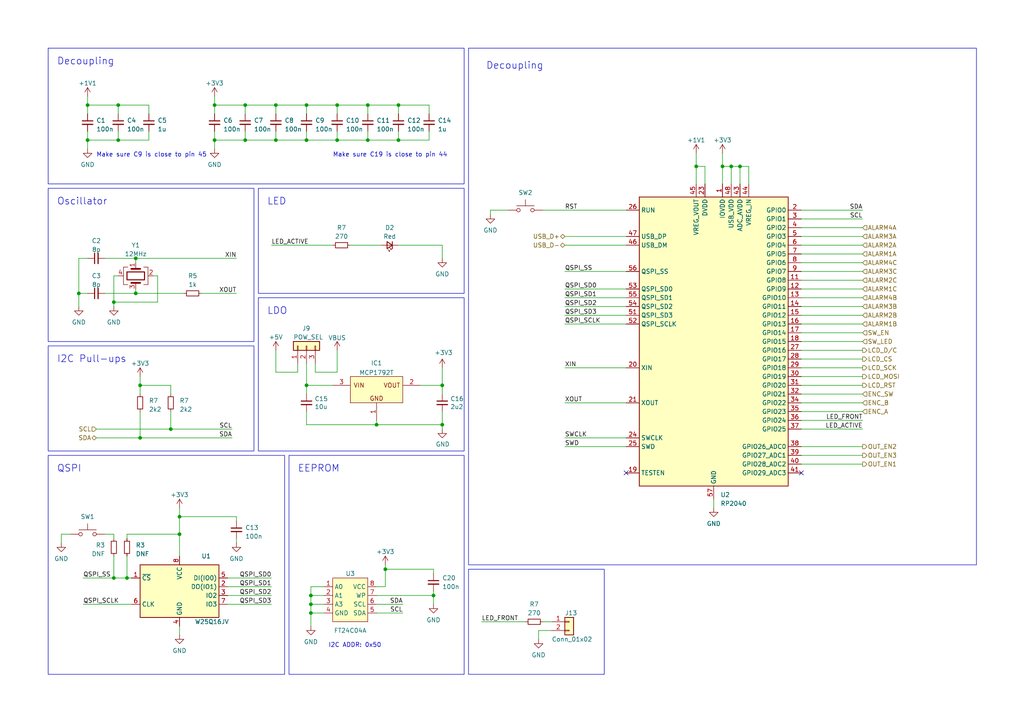
<source format=kicad_sch>
(kicad_sch (version 20230121) (generator eeschema)
  (paper "A4")
  (lib_symbols
    (symbol "Connector_Generic:Conn_01x02" (pin_names (offset 1.016) hide)
      (property "Reference" "J" (at 0 2.54 0))
      (property "Value" "Conn_01x02" (at 0 -5.08 0))
      (symbol "Conn_01x02_1_1"
        (rectangle (start -1.27 -2.413) (end 0 -2.667) (stroke (width 0.1524)))
        (rectangle (start -1.27 0.127) (end 0 -0.127) (stroke (width 0.1524)))
        (rectangle (start -1.27 1.27) (end 1.27 -3.81) (stroke (width 0.254)) (fill (type background)))
        (pin passive line (at -5.08 0 0) (length 3.81) (name "Pin_1") (number "1"))
        (pin passive line (at -5.08 -2.54 0) (length 3.81) (name "Pin_2") (number "2"))
      )
    )
    (symbol "Connector_Generic:Conn_01x03" (pin_names (offset 1.016) hide)
      (property "Reference" "J" (at 0 5.08 0))
      (property "Value" "Conn_01x03" (at 0 -5.08 0))
      (symbol "Conn_01x03_1_1"
        (rectangle (start -1.27 -2.413) (end 0 -2.667) (stroke (width 0.1524)))
        (rectangle (start -1.27 0.127) (end 0 -0.127) (stroke (width 0.1524)))
        (rectangle (start -1.27 2.667) (end 0 2.413) (stroke (width 0.1524)))
        (rectangle (start -1.27 3.81) (end 1.27 -3.81) (stroke (width 0.254)) (fill (type background)))
        (pin passive line (at -5.08 2.54 0) (length 3.81) (name "Pin_1") (number "1"))
        (pin passive line (at -5.08 0 0) (length 3.81) (name "Pin_2") (number "2"))
        (pin passive line (at -5.08 -2.54 0) (length 3.81) (name "Pin_3") (number "3"))
      )
    )
    (symbol "Cuprum:24C04"
      (property "Reference" "U" (at 0 7.62 0))
      (symbol "24C04_0_1"
        (rectangle (start -5.08 6.35) (end 5.08 -6.35) (fill (type background)))
      )
      (symbol "24C04_1_1"
        (pin input line (at -7.62 3.81 0) (length 2.54) (name "A0") (number "1"))
        (pin input line (at -7.62 1.27 0) (length 2.54) (name "A1") (number "2"))
        (pin input line (at -7.62 -1.27 0) (length 2.54) (name "A3") (number "3"))
        (pin input line (at -7.62 -3.81 0) (length 2.54) (name "GND") (number "4"))
        (pin input line (at 7.62 -3.81 180) (length 2.54) (name "SDA") (number "5"))
        (pin input line (at 7.62 -1.27 180) (length 2.54) (name "SCL") (number "6"))
        (pin input line (at 7.62 1.27 180) (length 2.54) (name "WP") (number "7"))
        (pin input line (at 7.62 3.81 180) (length 2.54) (name "VCC") (number "8"))
      )
    )
    (symbol "Device:C_Small" (pin_numbers hide) (pin_names (offset 0.254) hide)
      (property "Reference" "C" (at 0.254 1.778 0))
      (property "Value" "C_Small" (at 0.254 -2.032 0))
      (symbol "C_Small_0_1"
        (polyline (pts (xy -1.524 -0.508) (xy 1.524 -0.508)) (stroke (width 0.3302)))
        (polyline (pts (xy -1.524 0.508) (xy 1.524 0.508)) (stroke (width 0.3048)))
      )
      (symbol "C_Small_1_1"
        (pin passive line (at 0 2.54 270) (length 2.032) (name "~") (number "1"))
        (pin passive line (at 0 -2.54 90) (length 2.032) (name "~") (number "2"))
      )
    )
    (symbol "Device:Crystal_GND24" (pin_names (offset 1.016) hide)
      (property "Reference" "Y" (at 3.175 5.08 0))
      (property "Value" "Crystal_GND24" (at 3.175 3.175 0))
      (symbol "Crystal_GND24_0_1"
        (rectangle (start -1.143 2.54) (end 1.143 -2.54) (stroke (width 0.3048)))
        (polyline (pts (xy -2.54 0) (xy -2.032 0)))
        (polyline (pts (xy -2.032 -1.27) (xy -2.032 1.27)) (stroke (width 0.508)))
        (polyline (pts (xy 0 -3.81) (xy 0 -3.556)))
        (polyline (pts (xy 0 3.556) (xy 0 3.81)))
        (polyline (pts (xy 2.032 -1.27) (xy 2.032 1.27)) (stroke (width 0.508)))
        (polyline (pts (xy 2.032 0) (xy 2.54 0)))
        (polyline (pts (xy -2.54 -2.286) (xy -2.54 -3.556) (xy 2.54 -3.556) (xy 2.54 -2.286)))
        (polyline (pts (xy -2.54 2.286) (xy -2.54 3.556) (xy 2.54 3.556) (xy 2.54 2.286)))
      )
      (symbol "Crystal_GND24_1_1"
        (pin passive line (at -3.81 0 0) (length 1.27) (name "1") (number "1"))
        (pin passive line (at 0 5.08 270) (length 1.27) (name "2") (number "2"))
        (pin passive line (at 3.81 0 180) (length 1.27) (name "3") (number "3"))
        (pin passive line (at 0 -5.08 90) (length 1.27) (name "4") (number "4"))
      )
    )
    (symbol "Device:LED_Small" (pin_numbers hide) (pin_names (offset 0.254) hide)
      (property "Reference" "D" (at -1.27 3.175 0))
      (property "Value" "LED_Small" (at -4.445 -2.54 0))
      (symbol "LED_Small_0_1"
        (polyline (pts (xy -0.762 -1.016) (xy -0.762 1.016)) (stroke (width 0.254)))
        (polyline (pts (xy 1.016 0) (xy -0.762 0)))
        (polyline (pts (xy 0.762 -1.016) (xy -0.762 0) (xy 0.762 1.016) (xy 0.762 -1.016)) (stroke (width 0.254)))
        (polyline (pts (xy 0 0.762) (xy -0.508 1.27) (xy -0.254 1.27) (xy -0.508 1.27) (xy -0.508 1.016)))
        (polyline (pts (xy 0.508 1.27) (xy 0 1.778) (xy 0.254 1.778) (xy 0 1.778) (xy 0 1.524)))
      )
      (symbol "LED_Small_1_1"
        (pin passive line (at -2.54 0 0) (length 1.778) (name "K") (number "1"))
        (pin passive line (at 2.54 0 180) (length 1.778) (name "A") (number "2"))
      )
    )
    (symbol "Device:R_Small" (pin_numbers hide) (pin_names (offset 0.254) hide)
      (property "Reference" "R" (at 0.762 0.508 0))
      (property "Value" "R_Small" (at 0.762 -1.016 0))
      (symbol "R_Small_0_1"
        (rectangle (start -0.762 1.778) (end 0.762 -1.778) (stroke (width 0.2032)))
      )
      (symbol "R_Small_1_1"
        (pin passive line (at 0 2.54 270) (length 0.762) (name "~") (number "1"))
        (pin passive line (at 0 -2.54 90) (length 0.762) (name "~") (number "2"))
      )
    )
    (symbol "MCU_RaspberryPi:RP2040"
      (property "Reference" "U" (at 17.78 45.72 0))
      (property "Value" "RP2040" (at 17.78 43.18 0))
      (symbol "RP2040_0_1"
        (rectangle (start -21.59 41.91) (end 21.59 -41.91) (stroke (width 0.254)) (fill (type background)))
      )
      (symbol "RP2040_1_1"
        (pin power_in line (at 2.54 45.72 270) (length 3.81) (name "IOVDD") (number "1"))
        (pin passive line (at 2.54 45.72 270) (length 3.81) hide (name "IOVDD") (number "10"))
        (pin bidirectional line (at 25.4 17.78 180) (length 3.81) (name "GPIO8") (number "11"))
        (pin bidirectional line (at 25.4 15.24 180) (length 3.81) (name "GPIO9") (number "12"))
        (pin bidirectional line (at 25.4 12.7 180) (length 3.81) (name "GPIO10") (number "13"))
        (pin bidirectional line (at 25.4 10.16 180) (length 3.81) (name "GPIO11") (number "14"))
        (pin bidirectional line (at 25.4 7.62 180) (length 3.81) (name "GPIO12") (number "15"))
        (pin bidirectional line (at 25.4 5.08 180) (length 3.81) (name "GPIO13") (number "16"))
        (pin bidirectional line (at 25.4 2.54 180) (length 3.81) (name "GPIO14") (number "17"))
        (pin bidirectional line (at 25.4 0 180) (length 3.81) (name "GPIO15") (number "18"))
        (pin input line (at -25.4 -38.1 0) (length 3.81) (name "TESTEN") (number "19"))
        (pin bidirectional line (at 25.4 38.1 180) (length 3.81) (name "GPIO0") (number "2"))
        (pin input line (at -25.4 -7.62 0) (length 3.81) (name "XIN") (number "20"))
        (pin passive line (at -25.4 -17.78 0) (length 3.81) (name "XOUT") (number "21"))
        (pin passive line (at 2.54 45.72 270) (length 3.81) hide (name "IOVDD") (number "22"))
        (pin power_in line (at -2.54 45.72 270) (length 3.81) (name "DVDD") (number "23"))
        (pin output line (at -25.4 -27.94 0) (length 3.81) (name "SWCLK") (number "24"))
        (pin bidirectional line (at -25.4 -30.48 0) (length 3.81) (name "SWD") (number "25"))
        (pin input line (at -25.4 38.1 0) (length 3.81) (name "RUN") (number "26"))
        (pin bidirectional line (at 25.4 -2.54 180) (length 3.81) (name "GPIO16") (number "27"))
        (pin bidirectional line (at 25.4 -5.08 180) (length 3.81) (name "GPIO17") (number "28"))
        (pin bidirectional line (at 25.4 -7.62 180) (length 3.81) (name "GPIO18") (number "29"))
        (pin bidirectional line (at 25.4 35.56 180) (length 3.81) (name "GPIO1") (number "3"))
        (pin bidirectional line (at 25.4 -10.16 180) (length 3.81) (name "GPIO19") (number "30"))
        (pin bidirectional line (at 25.4 -12.7 180) (length 3.81) (name "GPIO20") (number "31"))
        (pin bidirectional line (at 25.4 -15.24 180) (length 3.81) (name "GPIO21") (number "32"))
        (pin passive line (at 2.54 45.72 270) (length 3.81) hide (name "IOVDD") (number "33"))
        (pin bidirectional line (at 25.4 -17.78 180) (length 3.81) (name "GPIO22") (number "34"))
        (pin bidirectional line (at 25.4 -20.32 180) (length 3.81) (name "GPIO23") (number "35"))
        (pin bidirectional line (at 25.4 -22.86 180) (length 3.81) (name "GPIO24") (number "36"))
        (pin bidirectional line (at 25.4 -25.4 180) (length 3.81) (name "GPIO25") (number "37"))
        (pin bidirectional line (at 25.4 -30.48 180) (length 3.81) (name "GPIO26_ADC0") (number "38"))
        (pin bidirectional line (at 25.4 -33.02 180) (length 3.81) (name "GPIO27_ADC1") (number "39"))
        (pin bidirectional line (at 25.4 33.02 180) (length 3.81) (name "GPIO2") (number "4"))
        (pin bidirectional line (at 25.4 -35.56 180) (length 3.81) (name "GPIO28_ADC2") (number "40"))
        (pin bidirectional line (at 25.4 -38.1 180) (length 3.81) (name "GPIO29_ADC3") (number "41"))
        (pin passive line (at 2.54 45.72 270) (length 3.81) hide (name "IOVDD") (number "42"))
        (pin power_in line (at 7.62 45.72 270) (length 3.81) (name "ADC_AVDD") (number "43"))
        (pin power_in line (at 10.16 45.72 270) (length 3.81) (name "VREG_IN") (number "44"))
        (pin power_out line (at -5.08 45.72 270) (length 3.81) (name "VREG_VOUT") (number "45"))
        (pin bidirectional line (at -25.4 27.94 0) (length 3.81) (name "USB_DM") (number "46"))
        (pin bidirectional line (at -25.4 30.48 0) (length 3.81) (name "USB_DP") (number "47"))
        (pin power_in line (at 5.08 45.72 270) (length 3.81) (name "USB_VDD") (number "48"))
        (pin passive line (at 2.54 45.72 270) (length 3.81) hide (name "IOVDD") (number "49"))
        (pin bidirectional line (at 25.4 30.48 180) (length 3.81) (name "GPIO3") (number "5"))
        (pin passive line (at -2.54 45.72 270) (length 3.81) hide (name "DVDD") (number "50"))
        (pin bidirectional line (at -25.4 7.62 0) (length 3.81) (name "QSPI_SD3") (number "51"))
        (pin output line (at -25.4 5.08 0) (length 3.81) (name "QSPI_SCLK") (number "52"))
        (pin bidirectional line (at -25.4 15.24 0) (length 3.81) (name "QSPI_SD0") (number "53"))
        (pin bidirectional line (at -25.4 10.16 0) (length 3.81) (name "QSPI_SD2") (number "54"))
        (pin bidirectional line (at -25.4 12.7 0) (length 3.81) (name "QSPI_SD1") (number "55"))
        (pin bidirectional line (at -25.4 20.32 0) (length 3.81) (name "QSPI_SS") (number "56"))
        (pin power_in line (at 0 -45.72 90) (length 3.81) (name "GND") (number "57"))
        (pin bidirectional line (at 25.4 27.94 180) (length 3.81) (name "GPIO4") (number "6"))
        (pin bidirectional line (at 25.4 25.4 180) (length 3.81) (name "GPIO5") (number "7"))
        (pin bidirectional line (at 25.4 22.86 180) (length 3.81) (name "GPIO6") (number "8"))
        (pin bidirectional line (at 25.4 20.32 180) (length 3.81) (name "GPIO7") (number "9"))
      )
    )
    (symbol "Memory_Flash:W25Q32JVSS"
      (property "Reference" "U6" (at 6.35 10.16 0))
      (property "Value" "W25Q16JV" (at 4.445 -8.89 0))
      (symbol "W25Q32JVSS_0_1"
        (rectangle (start -11.43 7.62) (end 11.43 -7.62) (stroke (width 0.254)) (fill (type background)))
      )
      (symbol "W25Q32JVSS_1_1"
        (pin input line (at -13.97 3.81 0) (length 2.54) (name "~{CS}") (number "1"))
        (pin bidirectional line (at 13.97 1.27 180) (length 2.54) (name "DO(IO1)") (number "2"))
        (pin bidirectional line (at 13.97 -1.27 180) (length 2.54) (name "IO2") (number "3"))
        (pin power_in line (at 0 -10.16 90) (length 2.54) (name "GND") (number "4"))
        (pin bidirectional line (at 13.97 3.81 180) (length 2.54) (name "DI(IO0)") (number "5"))
        (pin input line (at -13.97 -3.81 0) (length 2.54) (name "CLK") (number "6"))
        (pin bidirectional line (at 13.97 -3.81 180) (length 2.54) (name "IO3") (number "7"))
        (pin power_in line (at 0 10.16 270) (length 2.54) (name "VCC") (number "8"))
      )
    )
    (symbol "PCM_4ms_Power-symbol:+5V" (power) (pin_names (offset 0))
      (property "Value" "+5V" (at 0 3.556 0))
      (symbol "+5V_0_1"
        (polyline (pts (xy -0.762 1.27) (xy 0 2.54)))
        (polyline (pts (xy 0 0) (xy 0 2.54)))
        (polyline (pts (xy 0 2.54) (xy 0.762 1.27)))
      )
      (symbol "+5V_1_1"
        (pin power_in line (at 0 0 90) (length 0) hide (name "+5V") (number "1"))
      )
    )
    (symbol "SamacSys_Parts:MCP1792T-3302H_CB" (pin_names (offset 0.762))
      (property "Reference" "IC?" (at 13.97 6.4557 0))
      (property "Value" "MCP1792T-3302H_CB" (at 13.97 3.6806 0))
      (symbol "MCP1792T-3302H_CB_0_0"
        (text "GND" (at 12.7 -3.81 0) (effects (font (size 1.27 1.27))))
        (text "VIN" (at 7.62 0 0) (effects (font (size 1.27 1.27))))
        (text "VOUT" (at 17.145 0 0) (effects (font (size 1.27 1.27))))
        (pin passive line (at 12.7 -10.16 90) (length 5.08) (name "") (number "1"))
        (pin passive line (at 25.4 0 180) (length 5.08) (name "") (number "2"))
        (pin passive line (at 0 0 0) (length 5.08) (name "") (number "3"))
      )
      (symbol "MCP1792T-3302H_CB_0_1"
        (polyline (pts (xy 5.08 2.54) (xy 20.32 2.54) (xy 20.32 -5.08) (xy 5.08 -5.08) (xy 5.08 2.54)) (stroke (width 0.1524)) (fill (type background)))
      )
    )
    (symbol "Switch:SW_Push" (pin_numbers hide) (pin_names (offset 1.016) hide)
      (property "Reference" "SW" (at 1.27 2.54 0))
      (property "Value" "SW_Push" (at 0 -1.524 0))
      (symbol "SW_Push_0_1"
        (circle (center -2.032 0) (radius 0.508))
        (polyline (pts (xy 0 1.27) (xy 0 3.048)))
        (polyline (pts (xy 2.54 1.27) (xy -2.54 1.27)))
        (circle (center 2.032 0) (radius 0.508))
        (pin passive line (at -5.08 0 0) (length 2.54) (name "1") (number "1"))
        (pin passive line (at 5.08 0 180) (length 2.54) (name "2") (number "2"))
      )
    )
    (symbol "power:+1V1" (power) (pin_names (offset 0))
      (property "Value" "+1V1" (at 0 3.556 0))
      (symbol "+1V1_0_1"
        (polyline (pts (xy -0.762 1.27) (xy 0 2.54)))
        (polyline (pts (xy 0 0) (xy 0 2.54)))
        (polyline (pts (xy 0 2.54) (xy 0.762 1.27)))
      )
      (symbol "+1V1_1_1"
        (pin power_in line (at 0 0 90) (length 0) hide (name "+1V1") (number "1"))
      )
    )
    (symbol "power:+3V3" (power) (pin_names (offset 0))
      (property "Value" "+3V3" (at 0 3.556 0))
      (symbol "+3V3_0_1"
        (polyline (pts (xy -0.762 1.27) (xy 0 2.54)))
        (polyline (pts (xy 0 0) (xy 0 2.54)))
        (polyline (pts (xy 0 2.54) (xy 0.762 1.27)))
      )
      (symbol "+3V3_1_1"
        (pin power_in line (at 0 0 90) (length 0) hide (name "+3V3") (number "1"))
      )
    )
    (symbol "power:GND" (power) (pin_names (offset 0))
      (property "Value" "GND" (at 0 -3.81 0))
      (symbol "GND_0_1"
        (polyline (pts (xy 0 0) (xy 0 -1.27) (xy 1.27 -1.27) (xy 0 -2.54) (xy -1.27 -1.27) (xy 0 -1.27)))
      )
      (symbol "GND_1_1"
        (pin power_in line (at 0 0 270) (length 0) hide (name "GND") (number "1"))
      )
    )
    (symbol "power:VBUS" (power) (pin_names (offset 0))
      (property "Value" "VBUS" (at 0 3.81 0))
      (symbol "VBUS_0_1"
        (polyline (pts (xy -0.762 1.27) (xy 0 2.54)))
        (polyline (pts (xy 0 0) (xy 0 2.54)))
        (polyline (pts (xy 0 2.54) (xy 0.762 1.27)))
      )
      (symbol "VBUS_1_1"
        (pin power_in line (at 0 0 90) (length 0) hide (name "VBUS") (number "1"))
      )
    )
  )
  (junction (at 212.09 48.26))
  (junction (at 52.07 149.86))
  (junction (at 109.22 123.19))
  (junction (at 22.86 85.09))
  (junction (at 25.4 30.48))
  (junction (at 90.17 177.8))
  (junction (at 214.63 48.26))
  (junction (at 106.68 30.48))
  (junction (at 88.9 30.48))
  (junction (at 71.12 40.64))
  (junction (at 40.64 111.76))
  (junction (at 71.12 30.48))
  (junction (at 111.76 165.1))
  (junction (at 49.53 124.46))
  (junction (at 52.07 154.94))
  (junction (at 39.37 85.09))
  (junction (at 88.9 111.76))
  (junction (at 209.55 48.26))
  (junction (at 25.4 40.64))
  (junction (at 80.01 40.64))
  (junction (at 40.64 127))
  (junction (at 33.02 87.63))
  (junction (at 36.83 167.64))
  (junction (at 33.02 167.64))
  (junction (at 201.93 48.26))
  (junction (at 128.27 123.19))
  (junction (at 97.79 40.64))
  (junction (at 97.79 30.48))
  (junction (at 88.9 40.64))
  (junction (at 90.17 175.26))
  (junction (at 62.23 40.64))
  (junction (at 90.17 172.72))
  (junction (at 39.37 74.93))
  (junction (at 106.68 40.64))
  (junction (at 115.57 40.64))
  (junction (at 62.23 30.48))
  (junction (at 34.29 30.48))
  (junction (at 34.29 40.64))
  (junction (at 115.57 30.48))
  (junction (at 128.27 111.76))
  (junction (at 80.01 30.48))
  (junction (at 125.73 172.72))
  (no_connect (at 181.61 137.16))
  (no_connect (at 232.41 137.16))
  (wire (pts (xy 125.73 165.1) (xy 111.76 165.1)))
  (wire (pts (xy 204.47 48.26) (xy 204.47 53.34)))
  (wire (pts (xy 27.94 127) (xy 40.64 127)))
  (wire (pts (xy 109.22 177.8) (xy 116.84 177.8)))
  (wire (pts (xy 232.41 129.54) (xy 250.19 129.54)))
  (wire (pts (xy 90.17 170.18) (xy 93.98 170.18)))
  (wire (pts (xy 232.41 88.9) (xy 250.19 88.9)))
  (wire (pts (xy 62.23 38.1) (xy 62.23 40.64)))
  (wire (pts (xy 232.41 132.08) (xy 250.19 132.08)))
  (wire (pts (xy 232.41 119.38) (xy 250.19 119.38)))
  (wire (pts (xy 86.36 107.95) (xy 80.01 107.95)))
  (wire (pts (xy 232.41 66.04) (xy 250.19 66.04)))
  (wire (pts (xy 80.01 101.6) (xy 80.01 107.95)))
  (wire (pts (xy 40.64 119.38) (xy 40.64 127)))
  (wire (pts (xy 128.27 111.76) (xy 128.27 114.3)))
  (wire (pts (xy 97.79 30.48) (xy 106.68 30.48)))
  (wire (pts (xy 109.22 170.18) (xy 111.76 170.18)))
  (wire (pts (xy 36.83 167.64) (xy 38.1 167.64)))
  (wire (pts (xy 111.76 163.83) (xy 111.76 165.1)))
  (wire (pts (xy 88.9 119.38) (xy 88.9 123.19)))
  (wire (pts (xy 124.46 30.48) (xy 124.46 33.02)))
  (wire (pts (xy 90.17 172.72) (xy 90.17 170.18)))
  (wire (pts (xy 88.9 111.76) (xy 96.52 111.76)))
  (wire (pts (xy 232.41 93.98) (xy 250.19 93.98)))
  (wire (pts (xy 52.07 149.86) (xy 52.07 154.94)))
  (wire (pts (xy 106.68 40.64) (xy 115.57 40.64)))
  (wire (pts (xy 17.78 154.94) (xy 20.32 154.94)))
  (wire (pts (xy 62.23 43.18) (xy 62.23 40.64)))
  (wire (pts (xy 33.02 80.01) (xy 34.29 80.01)))
  (wire (pts (xy 212.09 53.34) (xy 212.09 48.26)))
  (wire (pts (xy 163.83 86.36) (xy 181.61 86.36)))
  (wire (pts (xy 71.12 40.64) (xy 80.01 40.64)))
  (wire (pts (xy 25.4 27.94) (xy 25.4 30.48)))
  (wire (pts (xy 232.41 86.36) (xy 250.19 86.36)))
  (wire (pts (xy 232.41 71.12) (xy 250.19 71.12)))
  (wire (pts (xy 43.18 38.1) (xy 43.18 40.64)))
  (wire (pts (xy 232.41 73.66) (xy 250.19 73.66)))
  (wire (pts (xy 209.55 48.26) (xy 209.55 53.34)))
  (wire (pts (xy 128.27 71.12) (xy 128.27 74.93)))
  (wire (pts (xy 232.41 96.52) (xy 250.19 96.52)))
  (wire (pts (xy 101.6 71.12) (xy 110.49 71.12)))
  (wire (pts (xy 68.58 151.13) (xy 68.58 149.86)))
  (wire (pts (xy 128.27 119.38) (xy 128.27 123.19)))
  (wire (pts (xy 80.01 40.64) (xy 88.9 40.64)))
  (wire (pts (xy 163.83 116.84) (xy 181.61 116.84)))
  (wire (pts (xy 106.68 30.48) (xy 106.68 33.02)))
  (wire (pts (xy 45.72 80.01) (xy 45.72 87.63)))
  (wire (pts (xy 49.53 124.46) (xy 67.31 124.46)))
  (wire (pts (xy 97.79 40.64) (xy 106.68 40.64)))
  (wire (pts (xy 24.13 167.64) (xy 33.02 167.64)))
  (wire (pts (xy 232.41 99.06) (xy 250.19 99.06)))
  (wire (pts (xy 25.4 40.64) (xy 25.4 43.18)))
  (wire (pts (xy 40.64 109.22) (xy 40.64 111.76)))
  (wire (pts (xy 232.41 81.28) (xy 250.19 81.28)))
  (wire (pts (xy 142.24 62.23) (xy 142.24 60.96)))
  (wire (pts (xy 232.41 91.44) (xy 250.19 91.44)))
  (wire (pts (xy 217.17 53.34) (xy 217.17 48.26)))
  (wire (pts (xy 139.7 180.34) (xy 152.4 180.34)))
  (wire (pts (xy 78.74 172.72) (xy 66.04 172.72)))
  (wire (pts (xy 80.01 40.64) (xy 80.01 38.1)))
  (wire (pts (xy 22.86 85.09) (xy 22.86 74.93)))
  (wire (pts (xy 88.9 40.64) (xy 97.79 40.64)))
  (wire (pts (xy 24.13 175.26) (xy 38.1 175.26)))
  (wire (pts (xy 125.73 172.72) (xy 125.73 175.26)))
  (wire (pts (xy 209.55 44.45) (xy 209.55 48.26)))
  (wire (pts (xy 71.12 40.64) (xy 71.12 38.1)))
  (wire (pts (xy 22.86 88.9) (xy 22.86 85.09)))
  (wire (pts (xy 128.27 123.19) (xy 128.27 124.46)))
  (wire (pts (xy 201.93 44.45) (xy 201.93 48.26)))
  (wire (pts (xy 232.41 124.46) (xy 250.19 124.46)))
  (wire (pts (xy 88.9 123.19) (xy 109.22 123.19)))
  (wire (pts (xy 34.29 30.48) (xy 34.29 33.02)))
  (wire (pts (xy 71.12 30.48) (xy 80.01 30.48)))
  (wire (pts (xy 36.83 154.94) (xy 52.07 154.94)))
  (wire (pts (xy 39.37 74.93) (xy 68.58 74.93)))
  (wire (pts (xy 115.57 30.48) (xy 124.46 30.48)))
  (wire (pts (xy 163.83 71.12) (xy 181.61 71.12)))
  (wire (pts (xy 207.01 147.32) (xy 207.01 144.78)))
  (wire (pts (xy 111.76 165.1) (xy 111.76 170.18)))
  (wire (pts (xy 39.37 85.09) (xy 53.34 85.09)))
  (wire (pts (xy 52.07 184.15) (xy 52.07 181.61)))
  (wire (pts (xy 163.83 93.98) (xy 181.61 93.98)))
  (wire (pts (xy 43.18 30.48) (xy 43.18 33.02)))
  (wire (pts (xy 86.36 105.41) (xy 86.36 107.95)))
  (wire (pts (xy 97.79 30.48) (xy 97.79 33.02)))
  (wire (pts (xy 90.17 172.72) (xy 93.98 172.72)))
  (wire (pts (xy 71.12 30.48) (xy 71.12 33.02)))
  (wire (pts (xy 232.41 106.68) (xy 250.19 106.68)))
  (wire (pts (xy 96.52 71.12) (xy 78.74 71.12)))
  (wire (pts (xy 30.48 85.09) (xy 39.37 85.09)))
  (wire (pts (xy 106.68 40.64) (xy 106.68 38.1)))
  (wire (pts (xy 142.24 60.96) (xy 147.32 60.96)))
  (wire (pts (xy 62.23 30.48) (xy 71.12 30.48)))
  (wire (pts (xy 22.86 85.09) (xy 25.4 85.09)))
  (wire (pts (xy 232.41 101.6) (xy 250.19 101.6)))
  (wire (pts (xy 232.41 111.76) (xy 250.19 111.76)))
  (wire (pts (xy 109.22 123.19) (xy 128.27 123.19)))
  (wire (pts (xy 109.22 121.92) (xy 109.22 123.19)))
  (wire (pts (xy 121.92 111.76) (xy 128.27 111.76)))
  (wire (pts (xy 163.83 68.58) (xy 181.61 68.58)))
  (wire (pts (xy 90.17 175.26) (xy 90.17 172.72)))
  (wire (pts (xy 163.83 78.74) (xy 181.61 78.74)))
  (wire (pts (xy 232.41 114.3) (xy 250.19 114.3)))
  (wire (pts (xy 90.17 177.8) (xy 93.98 177.8)))
  (wire (pts (xy 90.17 175.26) (xy 93.98 175.26)))
  (wire (pts (xy 156.21 182.88) (xy 160.02 182.88)))
  (wire (pts (xy 68.58 85.09) (xy 58.42 85.09)))
  (wire (pts (xy 106.68 30.48) (xy 115.57 30.48)))
  (wire (pts (xy 30.48 154.94) (xy 33.02 154.94)))
  (wire (pts (xy 88.9 40.64) (xy 88.9 38.1)))
  (wire (pts (xy 33.02 87.63) (xy 33.02 80.01)))
  (wire (pts (xy 232.41 121.92) (xy 250.19 121.92)))
  (wire (pts (xy 163.83 129.54) (xy 181.61 129.54)))
  (wire (pts (xy 163.83 106.68) (xy 181.61 106.68)))
  (wire (pts (xy 80.01 30.48) (xy 80.01 33.02)))
  (wire (pts (xy 125.73 166.37) (xy 125.73 165.1)))
  (wire (pts (xy 232.41 68.58) (xy 250.19 68.58)))
  (wire (pts (xy 33.02 167.64) (xy 36.83 167.64)))
  (wire (pts (xy 214.63 48.26) (xy 212.09 48.26)))
  (wire (pts (xy 163.83 127) (xy 181.61 127)))
  (wire (pts (xy 90.17 177.8) (xy 90.17 175.26)))
  (wire (pts (xy 156.21 182.88) (xy 156.21 185.42)))
  (wire (pts (xy 62.23 30.48) (xy 62.23 33.02)))
  (wire (pts (xy 124.46 40.64) (xy 124.46 38.1)))
  (wire (pts (xy 34.29 30.48) (xy 25.4 30.48)))
  (wire (pts (xy 232.41 134.62) (xy 250.19 134.62)))
  (wire (pts (xy 17.78 154.94) (xy 17.78 157.48)))
  (wire (pts (xy 33.02 154.94) (xy 33.02 156.21)))
  (wire (pts (xy 80.01 30.48) (xy 88.9 30.48)))
  (wire (pts (xy 34.29 40.64) (xy 43.18 40.64)))
  (wire (pts (xy 62.23 27.94) (xy 62.23 30.48)))
  (wire (pts (xy 232.41 83.82) (xy 250.19 83.82)))
  (wire (pts (xy 201.93 53.34) (xy 201.93 48.26)))
  (wire (pts (xy 97.79 107.95) (xy 91.44 107.95)))
  (wire (pts (xy 44.45 80.01) (xy 45.72 80.01)))
  (wire (pts (xy 34.29 38.1) (xy 34.29 40.64)))
  (wire (pts (xy 25.4 30.48) (xy 25.4 33.02)))
  (wire (pts (xy 201.93 48.26) (xy 204.47 48.26)))
  (wire (pts (xy 232.41 76.2) (xy 250.19 76.2)))
  (wire (pts (xy 109.22 172.72) (xy 125.73 172.72)))
  (wire (pts (xy 232.41 104.14) (xy 250.19 104.14)))
  (wire (pts (xy 163.83 88.9) (xy 181.61 88.9)))
  (wire (pts (xy 40.64 111.76) (xy 49.53 111.76)))
  (wire (pts (xy 52.07 149.86) (xy 68.58 149.86)))
  (wire (pts (xy 232.41 78.74) (xy 250.19 78.74)))
  (wire (pts (xy 163.83 91.44) (xy 181.61 91.44)))
  (wire (pts (xy 33.02 161.29) (xy 33.02 167.64)))
  (wire (pts (xy 88.9 30.48) (xy 97.79 30.48)))
  (wire (pts (xy 115.57 40.64) (xy 115.57 38.1)))
  (wire (pts (xy 45.72 87.63) (xy 33.02 87.63)))
  (wire (pts (xy 115.57 30.48) (xy 115.57 33.02)))
  (wire (pts (xy 78.74 170.18) (xy 66.04 170.18)))
  (wire (pts (xy 68.58 157.48) (xy 68.58 156.21)))
  (wire (pts (xy 128.27 106.68) (xy 128.27 111.76)))
  (wire (pts (xy 40.64 127) (xy 67.31 127)))
  (wire (pts (xy 163.83 83.82) (xy 181.61 83.82)))
  (wire (pts (xy 30.48 74.93) (xy 39.37 74.93)))
  (wire (pts (xy 25.4 40.64) (xy 34.29 40.64)))
  (wire (pts (xy 27.94 124.46) (xy 49.53 124.46)))
  (wire (pts (xy 49.53 114.3) (xy 49.53 111.76)))
  (wire (pts (xy 232.41 63.5) (xy 250.19 63.5)))
  (wire (pts (xy 217.17 48.26) (xy 214.63 48.26)))
  (wire (pts (xy 212.09 48.26) (xy 209.55 48.26)))
  (wire (pts (xy 115.57 40.64) (xy 124.46 40.64)))
  (wire (pts (xy 91.44 107.95) (xy 91.44 105.41)))
  (wire (pts (xy 90.17 181.61) (xy 90.17 177.8)))
  (wire (pts (xy 214.63 53.34) (xy 214.63 48.26)))
  (wire (pts (xy 25.4 38.1) (xy 25.4 40.64)))
  (wire (pts (xy 88.9 111.76) (xy 88.9 114.3)))
  (wire (pts (xy 49.53 119.38) (xy 49.53 124.46)))
  (wire (pts (xy 115.57 71.12) (xy 128.27 71.12)))
  (wire (pts (xy 78.74 175.26) (xy 66.04 175.26)))
  (wire (pts (xy 62.23 40.64) (xy 71.12 40.64)))
  (wire (pts (xy 232.41 60.96) (xy 250.19 60.96)))
  (wire (pts (xy 157.48 60.96) (xy 181.61 60.96)))
  (wire (pts (xy 43.18 30.48) (xy 34.29 30.48)))
  (wire (pts (xy 40.64 111.76) (xy 40.64 114.3)))
  (wire (pts (xy 22.86 74.93) (xy 25.4 74.93)))
  (wire (pts (xy 157.48 180.34) (xy 160.02 180.34)))
  (wire (pts (xy 109.22 175.26) (xy 116.84 175.26)))
  (wire (pts (xy 78.74 167.64) (xy 66.04 167.64)))
  (wire (pts (xy 33.02 88.9) (xy 33.02 87.63)))
  (wire (pts (xy 52.07 154.94) (xy 52.07 161.29)))
  (wire (pts (xy 39.37 76.2) (xy 39.37 74.93)))
  (wire (pts (xy 36.83 161.29) (xy 36.83 167.64)))
  (wire (pts (xy 125.73 171.45) (xy 125.73 172.72)))
  (wire (pts (xy 88.9 30.48) (xy 88.9 33.02)))
  (wire (pts (xy 97.79 101.6) (xy 97.79 107.95)))
  (wire (pts (xy 52.07 147.32) (xy 52.07 149.86)))
  (wire (pts (xy 232.41 109.22) (xy 250.19 109.22)))
  (wire (pts (xy 97.79 40.64) (xy 97.79 38.1)))
  (wire (pts (xy 88.9 105.41) (xy 88.9 111.76)))
  (wire (pts (xy 36.83 154.94) (xy 36.83 156.21)))
  (wire (pts (xy 39.37 85.09) (xy 39.37 83.82)))
  (wire (pts (xy 232.41 116.84) (xy 250.19 116.84)))
  (rectangle (start 83.82 132.08) (end 134.62 195.58))
  (rectangle (start 13.97 13.97) (end 134.62 53.34))
  (rectangle (start 13.97 54.61) (end 73.66 99.06))
  (rectangle (start 13.97 132.08) (end 82.55 195.58))
  (rectangle (start 74.93 54.61) (end 134.62 85.09))
  (rectangle (start 13.97 100.33) (end 73.66 130.81))
  (rectangle (start 74.93 86.36) (end 134.62 130.81))
  (rectangle (start 135.89 13.97) (end 283.21 163.83))
  (rectangle (start 135.89 165.1) (end 175.26 195.58))
  (text "LDO" (at 77.47 91.44 0) (effects (font (size 2 2)) (justify left bottom)))
  (text "Make sure C9 is close to pin 45" (at 27.94 45.72 0) (effects (font (size 1.27 1.27)) (justify left bottom)))
  (text "Decoupling" (at 16.51 19.05 0) (effects (font (size 2 2)) (justify left bottom)))
  (text "I2C ADDR: 0x50" (at 95.25 187.96 0) (effects (font (size 1.27 1.27)) (justify left bottom)))
  (text "LED" (at 77.47 59.69 0) (effects (font (size 2 2)) (justify left bottom)))
  (text "QSPI" (at 16.51 137.16 0) (effects (font (size 2 2)) (justify left bottom)))
  (text "EEPROM" (at 86.36 137.16 0) (effects (font (size 2 2)) (justify left bottom)))
  (text "Make sure C19 is close to pin 44" (at 96.52 45.72 0) (effects (font (size 1.27 1.27)) (justify left bottom)))
  (text "I2C Pull-ups" (at 16.51 105.41 0) (effects (font (size 2 2)) (justify left bottom)))
  (text "Oscillator" (at 16.51 59.69 0) (effects (font (size 2 2)) (justify left bottom)))
  (text "Decoupling" (at 140.97 20.32 0) (effects (font (size 2 2)) (justify left bottom)))
  (label "SWD" (at 163.83 129.54 0))
  (label "LED_ACTIVE" (at 250.19 124.46 180))
  (label "QSPI_SD1" (at 163.83 86.36 0))
  (label "QSPI_SD2" (at 163.83 88.9 0))
  (label "SDA" (at 116.84 175.26 180))
  (label "QSPI_SD1" (at 78.74 170.18 180))
  (label "SCL" (at 250.19 63.5 180))
  (label "QSPI_SD0" (at 78.74 167.64 180))
  (label "RST" (at 163.83 60.96 0))
  (label "SDA" (at 250.19 60.96 180))
  (label "QSPI_SCLK" (at 24.13 175.26 0))
  (label "SDA" (at 67.31 127 180))
  (label "LED_FRONT" (at 139.7 180.34 0))
  (label "QSPI_SD2" (at 78.74 172.72 180))
  (label "SWCLK" (at 163.83 127 0))
  (label "QSPI_SS" (at 24.13 167.64 0))
  (label "XIN" (at 68.58 74.93 180))
  (label "XIN" (at 163.83 106.68 0))
  (label "XOUT" (at 163.83 116.84 0))
  (label "LED_FRONT" (at 250.19 121.92 180))
  (label "QSPI_SS" (at 163.83 78.74 0))
  (label "QSPI_SD3" (at 163.83 91.44 0))
  (label "SCL" (at 116.84 177.8 180))
  (label "XOUT" (at 68.58 85.09 180))
  (label "SCL" (at 67.31 124.46 180))
  (label "LED_ACTIVE" (at 78.74 71.12 0))
  (label "QSPI_SD0" (at 163.83 83.82 0))
  (label "QSPI_SD3" (at 78.74 175.26 180))
  (label "QSPI_SCLK" (at 163.83 93.98 0))
  (hierarchical_label "ALARM4B" (shape input) (at 250.19 86.36 0))
  (hierarchical_label "LCD_D{slash}C" (shape output) (at 250.19 101.6 0))
  (hierarchical_label "ALARM2C" (shape input) (at 250.19 81.28 0))
  (hierarchical_label "ALARM3C" (shape input) (at 250.19 78.74 0))
  (hierarchical_label "ENC_B" (shape input) (at 250.19 116.84 0))
  (hierarchical_label "ALARM4C" (shape input) (at 250.19 76.2 0))
  (hierarchical_label "LCD_CS" (shape output) (at 250.19 104.14 0))
  (hierarchical_label "OUT_EN2" (shape output) (at 250.19 129.54 0))
  (hierarchical_label "LCD_RST" (shape output) (at 250.19 111.76 0))
  (hierarchical_label "ALARM1C" (shape input) (at 250.19 83.82 0))
  (hierarchical_label "SW_LED" (shape input) (at 250.19 99.06 0))
  (hierarchical_label "SDA" (shape bidirectional) (at 27.94 127 180))
  (hierarchical_label "ALARM1B" (shape input) (at 250.19 93.98 0))
  (hierarchical_label "LCD_SCK" (shape output) (at 250.19 106.68 0))
  (hierarchical_label "USB_D+" (shape bidirectional) (at 163.83 68.58 180))
  (hierarchical_label "ALARM3A" (shape input) (at 250.19 68.58 0))
  (hierarchical_label "ENC_A" (shape input) (at 250.19 119.38 0))
  (hierarchical_label "ENC_SW" (shape input) (at 250.19 114.3 0))
  (hierarchical_label "ALARM2A" (shape input) (at 250.19 71.12 0))
  (hierarchical_label "ALARM2B" (shape input) (at 250.19 91.44 0))
  (hierarchical_label "ALARM4A" (shape input) (at 250.19 66.04 0))
  (hierarchical_label "OUT_EN1" (shape output) (at 250.19 134.62 0))
  (hierarchical_label "LCD_MOSI" (shape output) (at 250.19 109.22 0))
  (hierarchical_label "ALARM1A" (shape input) (at 250.19 73.66 0))
  (hierarchical_label "SW_EN" (shape input) (at 250.19 96.52 0))
  (hierarchical_label "OUT_EN3" (shape output) (at 250.19 132.08 0))
  (hierarchical_label "USB_D-" (shape bidirectional) (at 163.83 71.12 180))
  (hierarchical_label "ALARM3B" (shape input) (at 250.19 88.9 0))
  (hierarchical_label "SCL" (shape input) (at 27.94 124.46 180))
  (symbol (lib_id "power:GND") (at 90.17 181.61 0) (unit 1)
    (property "Reference" "#PWR045" (effects hide))
    (property "Value" "GND" (at 90.17 186.1725 0))
    (instances (project "Reflow Oven" (path "" (reference "#PWR045") (unit 1))) (project "USB-PD" (path "" (reference "#PWR?") (unit 1)) (path "" (reference "#PWR05") (unit 1))))
  )
  (symbol (lib_id "Device:R_Small") (at 55.88 85.09 270) (unit 1)
    (property "Reference" "R5" (at 55.88 80.01 90))
    (property "Value" "1k" (at 55.88 82.55 90))
    (property "Footprint" "Cuprum:R_0603_1608Metric" (effects hide))
    (instances (project "Reflow Oven" (path "" (reference "R5") (unit 1)) (path "" (reference "R25") (unit 1))) (project "USB-PD" (path "" (reference "R?") (unit 1)) (path "" (reference "R9") (unit 1)) (path "" (reference "R12") (unit 1)) (path "" (reference "R15") (unit 1))))
  )
  (symbol (lib_id "Device:C_Small") (at 97.79 35.56 0) (unit 1)
    (property "Reference" "C10" (at 100.33 34.9313 0) (effects (justify left)))
    (property "Value" "100n" (at 100.33 37.4713 0) (effects (justify left)))
    (property "Footprint" "KiCAD Library:C_0603_1608Metric" (effects hide))
    (instances (project "Reflow Oven" (path "" (reference "C10") (unit 1)) (path "" (reference "C16") (unit 1))) (project "USB-PD" (path "" (reference "C?") (unit 1)) (path "" (reference "C32") (unit 1))))
  )
  (symbol (lib_id "power:+3V3") (at 40.64 109.22 0) (unit 1)
    (property "Reference" "#PWR08" (effects hide))
    (property "Value" "+3V3" (at 40.64 105.41 0))
    (instances (project "Reflow Oven" (path "" (reference "#PWR08") (unit 1)) (path "" (reference "#PWR038") (unit 1))) (project "USB-PD" (path "" (reference "#PWR?") (unit 1)) (path "" (reference "#PWR050") (unit 1))))
  )
  (symbol (lib_id "power:+3V3") (at 209.55 44.45 0) (unit 1)
    (property "Reference" "#PWR015" (effects hide))
    (property "Value" "+3V3" (at 209.55 40.64 0))
    (instances (project "Reflow Oven" (path "" (reference "#PWR015") (unit 1)) (path "" (reference "#PWR056") (unit 1))) (project "USB-PD" (path "" (reference "#PWR?") (unit 1)) (path "" (reference "#PWR021") (unit 1))))
  )
  (symbol (lib_id "Device:C_Small") (at 25.4 35.56 0) (unit 1)
    (property "Reference" "C1" (at 27.94 34.9313 0) (effects (justify left)))
    (property "Value" "100n" (at 27.94 37.4713 0) (effects (justify left)))
    (property "Footprint" "KiCAD Library:C_0603_1608Metric" (effects hide))
    (instances (project "Reflow Oven" (path "" (reference "C1") (unit 1)) (path "" (reference "C5") (unit 1))) (project "USB-PD" (path "" (reference "C?") (unit 1)) (path "" (reference "C8") (unit 1))))
  )
  (symbol (lib_id "power:GND") (at 128.27 74.93 0) (unit 1)
    (property "Reference" "#PWR012" (effects hide))
    (property "Value" "GND" (at 128.27 79.4925 0))
    (instances (project "Reflow Oven" (path "" (reference "#PWR012") (unit 1)) (path "" (reference "#PWR049") (unit 1))) (project "USB-PD" (path "" (reference "#PWR?") (unit 1)) (path "" (reference "#PWR051") (unit 1))))
  )
  (symbol (lib_id "power:VBUS") (at 97.79 101.6 0) (unit 1)
    (property "Reference" "#PWR016" (effects hide))
    (property "Value" "VBUS" (at 97.79 97.9955 0))
    (instances (project "Reflow Oven" (path "" (reference "#PWR016") (unit 1)) (path "" (reference "#PWR046") (unit 1))) (project "USB-PD" (path "" (reference "#PWR?") (unit 1)) (path "" (reference "#PWR038") (unit 1))))
  )
  (symbol (lib_id "Device:R_Small") (at 154.94 180.34 270) (unit 1)
    (property "Reference" "R7" (at 154.94 175.26 90))
    (property "Value" "270" (at 154.94 177.8 90))
    (property "Footprint" "Cuprum:R_0603_1608Metric" (effects hide))
    (instances (project "Reflow Oven" (path "" (reference "R7") (unit 1)) (path "" (reference "R27") (unit 1))) (project "USB-PD" (path "" (reference "R?") (unit 1)) (path "" (reference "R9") (unit 1)) (path "" (reference "R12") (unit 1)) (path "" (reference "R14") (unit 1))))
  )
  (symbol (lib_id "power:GND") (at 17.78 157.48 0) (unit 1)
    (property "Reference" "#PWR011" (effects hide))
    (property "Value" "GND" (at 17.78 162.0425 0))
    (instances (project "Reflow Oven" (path "" (reference "#PWR011") (unit 1)) (path "" (reference "#PWR033") (unit 1))) (project "USB-PD" (path "" (reference "#PWR?") (unit 1)) (path "" (reference "#PWR049") (unit 1))))
  )
  (symbol (lib_id "Connector_Generic:Conn_01x03") (at 88.9 100.33 90) (unit 1)
    (property "Reference" "J9" (at 87.63 95.25 90) (effects (justify right)))
    (property "Value" "POW_SEL" (at 85.09 97.79 90) (effects (justify right)))
    (property "Footprint" "Connector_PinHeader_2.54mm:PinHeader_1x03_P2.54mm_Vertical" (effects hide))
    (instances (project "Reflow Oven" (path "" (reference "J9") (unit 1)) (path "" (reference "J12") (unit 1))))
  )
  (symbol (lib_id "Switch:SW_Push") (at 25.4 154.94 0) (unit 1)
    (property "Reference" "SW1" (at 25.4 149.86 0))
    (property "Value" "DNF" (effects hide))
    (property "Footprint" "KiCAD Library:PTS636 SM25J SMTR LFS" (effects hide))
    (instances (project "Reflow Oven" (path "" (reference "SW1") (unit 1))) (project "USB-PD" (path "" (reference "SW?") (unit 1)) (path "" (reference "SW3") (unit 1)) (path "" (reference "SW4") (unit 1))))
  )
  (symbol (lib_id "Device:C_Small") (at 80.01 35.56 0) (unit 1)
    (property "Reference" "C8" (at 82.55 34.9313 0) (effects (justify left)))
    (property "Value" "100n" (at 82.55 37.4713 0) (effects (justify left)))
    (property "Footprint" "KiCAD Library:C_0603_1608Metric" (effects hide))
    (instances (project "Reflow Oven" (path "" (reference "C8") (unit 1)) (path "" (reference "C13") (unit 1))) (project "USB-PD" (path "" (reference "C?") (unit 1)) (path "" (reference "C16") (unit 1))))
  )
  (symbol (lib_id "PCM_4ms_Power-symbol:+5V") (at 80.01 101.6 0) (unit 1)
    (property "Reference" "#PWR044" (effects hide))
    (property "Value" "+5V" (at 80.01 97.79 0))
  )
  (symbol (lib_id "Connector_Generic:Conn_01x02") (at 165.1 180.34 0) (unit 1)
    (property "Reference" "J13" (at 163.83 177.8 0) (effects (justify left)))
    (property "Value" "Conn_01x02" (at 160.02 185.42 0) (effects (justify left)))
    (property "Footprint" "Connector_PinHeader_2.54mm:PinHeader_1x02_P2.54mm_Vertical" (effects hide))
  )
  (symbol (lib_id "Device:R_Small") (at 40.64 116.84 0) (unit 1)
    (property "Reference" "R7" (at 43.18 116.205 0) (effects (justify left)))
    (property "Value" "2k2" (at 43.18 118.745 0) (effects (justify left)))
    (property "Footprint" "Cuprum:R_0603_1608Metric" (effects hide))
    (instances (project "Reflow Oven" (path "" (reference "R7") (unit 1)) (path "" (reference "R23") (unit 1))) (project "USB-PD" (path "" (reference "R?") (unit 1)) (path "" (reference "R9") (unit 1)) (path "" (reference "R12") (unit 1)) (path "" (reference "R14") (unit 1))))
  )
  (symbol (lib_id "Device:C_Small") (at 88.9 116.84 0) (unit 1)
    (property "Reference" "C15" (at 91.2368 115.6716 0) (effects (justify left)))
    (property "Value" "10u" (at 91.2368 117.983 0) (effects (justify left)))
    (property "Footprint" "KiCAD Library:C_0603_1608Metric" (effects hide))
    (instances (project "Reflow Oven" (path "" (reference "C15") (unit 1)) (path "" (reference "C15") (unit 1))) (project "USB-PD" (path "" (reference "C?") (unit 1)) (path "" (reference "C17") (unit 1))))
  )
  (symbol (lib_id "power:+3V3") (at 111.76 163.83 0) (unit 1)
    (property "Reference" "#PWR047" (effects hide))
    (property "Value" "+3V3" (at 111.76 160.02 0))
    (instances (project "Reflow Oven" (path "" (reference "#PWR047") (unit 1))) (project "USB-PD" (path "" (reference "#PWR?") (unit 1)) (path "" (reference "#PWR013") (unit 1))))
  )
  (symbol (lib_id "Device:C_Small") (at 27.94 85.09 90) (unit 1)
    (property "Reference" "C3" (at 27.9463 80.01 90))
    (property "Value" "8p" (at 27.9463 82.55 90))
    (property "Footprint" "KiCAD Library:C_0603_1608Metric" (effects hide))
    (instances (project "Reflow Oven" (path "" (reference "C3") (unit 1)) (path "" (reference "C7") (unit 1))) (project "USB-PD" (path "" (reference "C?") (unit 1)) (path "" (reference "C38") (unit 1))))
  )
  (symbol (lib_id "SamacSys_Parts:MCP1792T-3302H_CB") (at 96.52 111.76 0) (unit 1)
    (property "Reference" "IC1" (at 109.22 105.3043 0))
    (property "Value" "MCP1792T" (at 109.22 108.0794 0))
    (property "Footprint" "Package_TO_SOT_SMD:SOT-23" (effects hide))
    (property "Datasheet" "https://4donline.ihs.com/images/VipMasterIC/IC/MCHP/MCHP-S-A0008597986/MCHP-S-A0008597986-1.pdf?hkey=EF798316E3902B6ED9A73243A3159BB0" (effects hide))
    (property "Description" "LDO Voltage Regulators High input voltage regulator 3.3V 3Ld SOT-23A TR" (effects hide))
    (property "Height" "1.45" (effects hide))
    (property "Mouser Part Number" "579-MCP1792T-3302HCB" (effects hide))
    (property "Mouser Price/Stock" "https://www.mouser.co.uk/ProductDetail/Microchip-Technology/MCP1792T-3302H-CB?qs=mAH9sUMRCtsJR7ybQ6HmQA%3D%3D" (effects hide))
    (property "Manufacturer_Name" "Microchip" (effects hide))
    (property "Manufacturer_Part_Number" "MCP1792T-3302H/CB" (effects hide))
    (instances (project "Reflow Oven" (path "" (reference "IC1") (unit 1)) (path "" (reference "IC1") (unit 1))) (project "USB-PD" (path "" (reference "IC?") (unit 1)) (path "" (reference "IC1") (unit 1))))
  )
  (symbol (lib_id "Device:C_Small") (at 124.46 35.56 0) (unit 1)
    (property "Reference" "C14" (at 127 34.9313 0) (effects (justify left)))
    (property "Value" "1u" (at 127 37.4713 0) (effects (justify left)))
    (property "Footprint" "KiCAD Library:C_0603_1608Metric" (effects hide))
    (instances (project "Reflow Oven" (path "" (reference "C14") (unit 1)) (path "" (reference "C19") (unit 1))) (project "USB-PD" (path "" (reference "C?") (unit 1)) (path "" (reference "C35") (unit 1))))
  )
  (symbol (lib_id "power:GND") (at 25.4 43.18 0) (unit 1)
    (property "Reference" "#PWR03" (effects hide))
    (property "Value" "GND" (at 25.4 47.7425 0))
    (instances (project "Reflow Oven" (path "" (reference "#PWR03") (unit 1)) (path "" (reference "#PWR036") (unit 1))) (project "USB-PD" (path "" (reference "#PWR?") (unit 1)) (path "" (reference "#PWR08") (unit 1))))
  )
  (symbol (lib_id "Device:C_Small") (at 62.23 35.56 0) (unit 1)
    (property "Reference" "C6" (at 64.77 34.9313 0) (effects (justify left)))
    (property "Value" "100n" (at 64.77 37.4713 0) (effects (justify left)))
    (property "Footprint" "KiCAD Library:C_0603_1608Metric" (effects hide))
    (instances (project "Reflow Oven" (path "" (reference "C6") (unit 1)) (path "" (reference "C10") (unit 1))) (project "USB-PD" (path "" (reference "C?") (unit 1)) (path "" (reference "C14") (unit 1))))
  )
  (symbol (lib_id "power:+3V3") (at 52.07 147.32 0) (unit 1)
    (property "Reference" "#PWR08" (effects hide))
    (property "Value" "+3V3" (at 52.07 143.51 0))
    (instances (project "Reflow Oven" (path "" (reference "#PWR08") (unit 1)) (path "" (reference "#PWR039") (unit 1))) (project "USB-PD" (path "" (reference "#PWR?") (unit 1)) (path "" (reference "#PWR050") (unit 1))))
  )
  (symbol (lib_id "Device:C_Small") (at 34.29 35.56 0) (unit 1)
    (property "Reference" "C4" (at 36.83 34.9313 0) (effects (justify left)))
    (property "Value" "100n" (at 36.83 37.4713 0) (effects (justify left)))
    (property "Footprint" "KiCAD Library:C_0603_1608Metric" (effects hide))
    (instances (project "Reflow Oven" (path "" (reference "C4") (unit 1)) (path "" (reference "C8") (unit 1))) (project "USB-PD" (path "" (reference "C?") (unit 1)) (path "" (reference "C10") (unit 1))))
  )
  (symbol (lib_id "power:GND") (at 62.23 43.18 0) (unit 1)
    (property "Reference" "#PWR07" (effects hide))
    (property "Value" "GND" (at 62.23 47.7425 0))
    (instances (project "Reflow Oven" (path "" (reference "#PWR07") (unit 1)) (path "" (reference "#PWR042") (unit 1))) (project "USB-PD" (path "" (reference "#PWR?") (unit 1)) (path "" (reference "#PWR012") (unit 1))))
  )
  (symbol (lib_id "power:+1V1") (at 25.4 27.94 0) (unit 1)
    (property "Reference" "#PWR02" (effects hide))
    (property "Value" "+1V1" (at 25.4 24.13 0))
    (instances (project "Reflow Oven" (path "" (reference "#PWR02") (unit 1)) (path "" (reference "#PWR035") (unit 1))) (project "USB-PD" (path "" (reference "#PWR011") (unit 1))))
  )
  (symbol (lib_id "Device:R_Small") (at 36.83 158.75 180) (unit 1)
    (property "Reference" "R3" (at 39.37 158.115 0) (effects (justify right)))
    (property "Value" "DNF" (at 39.37 160.655 0) (effects (justify right)))
    (property "Footprint" "Cuprum:R_0603_1608Metric" (effects hide))
    (instances (project "Reflow Oven" (path "" (reference "R3") (unit 1)) (path "" (reference "R22") (unit 1))) (project "USB-PD" (path "" (reference "R?") (unit 1)) (path "" (reference "R9") (unit 1)) (path "" (reference "R12") (unit 1)) (path "" (reference "R2") (unit 1))))
  )
  (symbol (lib_id "Device:R_Small") (at 49.53 116.84 0) (unit 1)
    (property "Reference" "R7" (at 52.07 116.205 0) (effects (justify left)))
    (property "Value" "2k2" (at 52.07 118.745 0) (effects (justify left)))
    (property "Footprint" "Cuprum:R_0603_1608Metric" (effects hide))
    (instances (project "Reflow Oven" (path "" (reference "R7") (unit 1)) (path "" (reference "R24") (unit 1))) (project "USB-PD" (path "" (reference "R?") (unit 1)) (path "" (reference "R9") (unit 1)) (path "" (reference "R12") (unit 1)) (path "" (reference "R14") (unit 1))))
  )
  (symbol (lib_id "power:GND") (at 142.24 62.23 0) (unit 1)
    (property "Reference" "#PWR012" (effects hide))
    (property "Value" "GND" (at 142.24 66.7925 0))
    (instances (project "Reflow Oven" (path "" (reference "#PWR012") (unit 1)) (path "" (reference "#PWR052") (unit 1))) (project "USB-PD" (path "" (reference "#PWR?") (unit 1)) (path "" (reference "#PWR051") (unit 1))))
  )
  (symbol (lib_id "Device:C_Small") (at 128.27 116.84 0) (unit 1)
    (property "Reference" "C16" (at 130.6068 115.6716 0) (effects (justify left)))
    (property "Value" "2u2" (at 130.6068 117.983 0) (effects (justify left)))
    (property "Footprint" "KiCAD Library:C_0603_1608Metric" (effects hide))
    (instances (project "Reflow Oven" (path "" (reference "C16") (unit 1)) (path "" (reference "C21") (unit 1))) (project "USB-PD" (path "" (reference "C?") (unit 1)) (path "" (reference "C20") (unit 1))))
  )
  (symbol (lib_id "Device:C_Small") (at 27.94 74.93 90) (unit 1)
    (property "Reference" "C2" (at 27.9463 69.85 90))
    (property "Value" "8p" (at 27.9463 72.39 90))
    (property "Footprint" "KiCAD Library:C_0603_1608Metric" (effects hide))
    (instances (project "Reflow Oven" (path "" (reference "C2") (unit 1)) (path "" (reference "C6") (unit 1))) (project "USB-PD" (path "" (reference "C?") (unit 1)) (path "" (reference "C39") (unit 1))))
  )
  (symbol (lib_id "Device:C_Small") (at 125.73 168.91 0) (unit 1)
    (property "Reference" "C20" (at 128.27 167.6462 0) (effects (justify left)))
    (property "Value" "100n" (at 128.27 170.1862 0) (effects (justify left)))
    (property "Footprint" "KiCAD Library:C_0603_1608Metric" (effects hide))
    (instances (project "Reflow Oven" (path "" (reference "C20") (unit 1))) (project "USB-PD" (path "" (reference "C?") (unit 1)) (path "" (reference "C31") (unit 1))))
  )
  (symbol (lib_id "power:+3V3") (at 128.27 106.68 0) (unit 1)
    (property "Reference" "#PWR018" (effects hide))
    (property "Value" "+3V3" (at 128.651 102.2858 0))
    (instances (project "Reflow Oven" (path "" (reference "#PWR018") (unit 1)) (path "" (reference "#PWR050") (unit 1))) (project "USB-PD" (path "" (reference "#PWR?") (unit 1)) (path "" (reference "#PWR040") (unit 1))))
  )
  (symbol (lib_id "Device:R_Small") (at 33.02 158.75 0) (mirror y) (unit 1)
    (property "Reference" "R3" (at 30.48 158.115 0) (effects (justify left)))
    (property "Value" "DNF" (at 30.48 160.655 0) (effects (justify left)))
    (property "Footprint" "Cuprum:R_0603_1608Metric" (effects hide))
    (instances (project "Reflow Oven" (path "" (reference "R3") (unit 1)) (path "" (reference "R21") (unit 1))) (project "USB-PD" (path "" (reference "R?") (unit 1)) (path "" (reference "R9") (unit 1)) (path "" (reference "R12") (unit 1)) (path "" (reference "R2") (unit 1))))
  )
  (symbol (lib_id "power:GND") (at 33.02 88.9 0) (unit 1)
    (property "Reference" "#PWR04" (effects hide))
    (property "Value" "GND" (at 33.02 93.4625 0))
    (instances (project "Reflow Oven" (path "" (reference "#PWR04") (unit 1)) (path "" (reference "#PWR037") (unit 1))) (project "USB-PD" (path "" (reference "#PWR?") (unit 1)) (path "" (reference "#PWR053") (unit 1))))
  )
  (symbol (lib_id "Device:C_Small") (at 115.57 35.56 0) (unit 1)
    (property "Reference" "C12" (at 118.11 34.9313 0) (effects (justify left)))
    (property "Value" "100n" (at 118.11 37.4713 0) (effects (justify left)))
    (property "Footprint" "KiCAD Library:C_0603_1608Metric" (effects hide))
    (instances (project "Reflow Oven" (path "" (reference "C12") (unit 1)) (path "" (reference "C18") (unit 1))) (project "USB-PD" (path "" (reference "C?") (unit 1)) (path "" (reference "C34") (unit 1))))
  )
  (symbol (lib_id "Device:LED_Small") (at 113.03 71.12 180) (unit 1)
    (property "Reference" "D2" (at 113.03 66.04 0))
    (property "Value" "Red" (at 113.03 68.58 0))
    (property "Footprint" "Diode_SMD:D_0805_2012Metric" (effects hide))
    (instances (project "Reflow Oven" (path "" (reference "D2") (unit 1)) (path "" (reference "D4") (unit 1))) (project "USB-PD" (path "" (reference "D2") (unit 1))))
  )
  (symbol (lib_id "Device:C_Small") (at 43.18 35.56 0) (unit 1)
    (property "Reference" "C5" (at 45.72 34.9313 0) (effects (justify left)))
    (property "Value" "1u" (at 45.72 37.4713 0) (effects (justify left)))
    (property "Footprint" "KiCAD Library:C_0603_1608Metric" (effects hide))
    (instances (project "Reflow Oven" (path "" (reference "C5") (unit 1)) (path "" (reference "C9") (unit 1))) (project "USB-PD" (path "" (reference "C?") (unit 1)) (path "" (reference "C6") (unit 1))))
  )
  (symbol (lib_id "Device:R_Small") (at 99.06 71.12 270) (unit 1)
    (property "Reference" "R7" (at 99.06 66.04 90))
    (property "Value" "270" (at 99.06 68.58 90))
    (property "Footprint" "Cuprum:R_0603_1608Metric" (effects hide))
    (instances (project "Reflow Oven" (path "" (reference "R7") (unit 1)) (path "" (reference "R26") (unit 1))) (project "USB-PD" (path "" (reference "R?") (unit 1)) (path "" (reference "R9") (unit 1)) (path "" (reference "R12") (unit 1)) (path "" (reference "R14") (unit 1))))
  )
  (symbol (lib_id "power:GND") (at 207.01 147.32 0) (unit 1)
    (property "Reference" "#PWR014" (effects hide))
    (property "Value" "GND" (at 207.01 151.8825 0))
    (instances (project "Reflow Oven" (path "" (reference "#PWR014") (unit 1)) (path "" (reference "#PWR055") (unit 1))) (project "USB-PD" (path "" (reference "#PWR?") (unit 1)) (path "" (reference "#PWR028") (unit 1))))
  )
  (symbol (lib_id "power:+3V3") (at 62.23 27.94 0) (unit 1)
    (property "Reference" "#PWR06" (effects hide))
    (property "Value" "+3V3" (at 62.23 24.13 0))
    (instances (project "Reflow Oven" (path "" (reference "#PWR06") (unit 1)) (path "" (reference "#PWR041") (unit 1))) (project "USB-PD" (path "" (reference "#PWR?") (unit 1)) (path "" (reference "#PWR010") (unit 1))))
  )
  (symbol (lib_id "Cuprum:24C04") (at 101.6 173.99 0) (unit 1)
    (property "Reference" "U3" (at 101.6 166.37 0))
    (property "Value" "FT24C04A" (at 101.6 182.88 0))
    (property "Footprint" "Package_SO:SOIC-8_3.9x4.9mm_P1.27mm" (effects hide))
    (instances (project "Reflow Oven" (path "" (reference "U3") (unit 1))) (project "USB-PD" (path "" (reference "U?") (unit 1)) (path "" (reference "U3") (unit 1))))
  )
  (symbol (lib_id "power:GND") (at 52.07 184.15 0) (unit 1)
    (property "Reference" "#PWR09" (effects hide))
    (property "Value" "GND" (at 52.07 188.7125 0))
    (instances (project "Reflow Oven" (path "" (reference "#PWR09") (unit 1)) (path "" (reference "#PWR040") (unit 1))) (project "USB-PD" (path "" (reference "#PWR?") (unit 1)) (path "" (reference "#PWR048") (unit 1))))
  )
  (symbol (lib_id "power:GND") (at 156.21 185.42 0) (unit 1)
    (property "Reference" "#PWR031" (effects hide))
    (property "Value" "GND" (at 156.21 189.9825 0))
    (instances (project "Reflow Oven" (path "" (reference "#PWR031") (unit 1))) (project "USB-PD" (path "" (reference "#PWR?") (unit 1)) (path "" (reference "#PWR014") (unit 1))))
  )
  (symbol (lib_id "Memory_Flash:W25Q32JVSS") (at 52.07 171.45 0) (unit 1)
    (property "Reference" "U1" (at 58.42 161.29 0) (effects (justify left)))
    (property "Value" "W25Q16JV" (at 56.515 180.34 0) (effects (justify left)))
    (property "Footprint" "Package_SO:SOIC-8_3.9x4.9mm_P1.27mm" (effects hide))
    (property "Datasheet" "http://www.winbond.com/resource-files/w25q32jv%20revg%2003272018%20plus.pdf" (effects hide))
    (instances (project "Reflow Oven" (path "" (reference "U1") (unit 1)) (path "" (reference "U2") (unit 1))) (project "USB-PD" (path "" (reference "U6") (unit 1))))
  )
  (symbol (lib_id "Device:C_Small") (at 71.12 35.56 0) (unit 1)
    (property "Reference" "C7" (at 73.66 34.9313 0) (effects (justify left)))
    (property "Value" "100n" (at 73.66 37.4713 0) (effects (justify left)))
    (property "Footprint" "KiCAD Library:C_0603_1608Metric" (effects hide))
    (instances (project "Reflow Oven" (path "" (reference "C7") (unit 1)) (path "" (reference "C12") (unit 1))) (project "USB-PD" (path "" (reference "C?") (unit 1)) (path "" (reference "C15") (unit 1))))
  )
  (symbol (lib_id "Device:C_Small") (at 88.9 35.56 0) (unit 1)
    (property "Reference" "C9" (at 91.44 34.9313 0) (effects (justify left)))
    (property "Value" "100n" (at 91.44 37.4713 0) (effects (justify left)))
    (property "Footprint" "KiCAD Library:C_0603_1608Metric" (effects hide))
    (instances (project "Reflow Oven" (path "" (reference "C9") (unit 1)) (path "" (reference "C14") (unit 1))) (project "USB-PD" (path "" (reference "C?") (unit 1)) (path "" (reference "C22") (unit 1))))
  )
  (symbol (lib_id "MCU_RaspberryPi:RP2040") (at 207.01 99.06 0) (unit 1)
    (property "Reference" "U2" (at 208.9659 143.51 0) (effects (justify left)))
    (property "Value" "RP2040" (at 208.9659 146.05 0) (effects (justify left)))
    (property "Footprint" "Package_DFN_QFN:QFN-56-1EP_7x7mm_P0.4mm_EP3.2x3.2mm" (effects hide))
    (property "Datasheet" "https://datasheets.raspberrypi.com/rp2040/rp2040-datasheet.pdf" (effects hide))
    (instances (project "Reflow Oven" (path "" (reference "U2") (unit 1)) (path "" (reference "U4") (unit 1))) (project "USB-PD" (path "" (reference "U?") (unit 1)) (path "" (reference "U2") (unit 1))))
  )
  (symbol (lib_id "Device:Crystal_GND24") (at 39.37 80.01 270) (unit 1)
    (property "Reference" "Y1" (at 39.37 71.12 90))
    (property "Value" "12MHz" (at 39.37 73.66 90))
    (property "Footprint" "Crystal:Crystal_SMD_2520-4Pin_2.5x2.0mm" (effects hide))
  )
  (symbol (lib_id "power:GND") (at 128.27 124.46 0) (unit 1)
    (property "Reference" "#PWR017" (effects hide))
    (property "Value" "GND" (at 128.397 128.8542 0))
    (instances (project "Reflow Oven" (path "" (reference "#PWR017") (unit 1)) (path "" (reference "#PWR051") (unit 1))) (project "USB-PD" (path "" (reference "#PWR?") (unit 1)) (path "" (reference "#PWR039") (unit 1))))
  )
  (symbol (lib_id "power:GND") (at 68.58 157.48 0) (unit 1)
    (property "Reference" "#PWR011" (effects hide))
    (property "Value" "GND" (at 68.58 162.0425 0))
    (instances (project "Reflow Oven" (path "" (reference "#PWR011") (unit 1)) (path "" (reference "#PWR043") (unit 1))) (project "USB-PD" (path "" (reference "#PWR?") (unit 1)) (path "" (reference "#PWR049") (unit 1))))
  )
  (symbol (lib_id "power:GND") (at 125.73 175.26 0) (unit 1)
    (property "Reference" "#PWR048" (effects hide))
    (property "Value" "GND" (at 125.73 179.8225 0))
    (instances (project "Reflow Oven" (path "" (reference "#PWR048") (unit 1))) (project "USB-PD" (path "" (reference "#PWR?") (unit 1)) (path "" (reference "#PWR014") (unit 1))))
  )
  (symbol (lib_id "power:+1V1") (at 201.93 44.45 0) (unit 1)
    (property "Reference" "#PWR02" (effects hide))
    (property "Value" "+1V1" (at 201.93 40.64 0))
    (instances (project "Reflow Oven" (path "" (reference "#PWR02") (unit 1)) (path "" (reference "#PWR054") (unit 1))) (project "USB-PD" (path "" (reference "#PWR011") (unit 1))))
  )
  (symbol (lib_id "Device:C_Small") (at 68.58 153.67 0) (unit 1)
    (property "Reference" "C13" (at 71.12 153.0413 0) (effects (justify left)))
    (property "Value" "100n" (at 71.12 155.5813 0) (effects (justify left)))
    (property "Footprint" "KiCAD Library:C_0603_1608Metric" (effects hide))
    (instances (project "Reflow Oven" (path "" (reference "C13") (unit 1)) (path "" (reference "C11") (unit 1))) (project "USB-PD" (path "" (reference "C?") (unit 1)) (path "" (reference "C37") (unit 1))))
  )
  (symbol (lib_id "Switch:SW_Push") (at 152.4 60.96 0) (unit 1)
    (property "Reference" "SW2" (at 152.4 55.88 0))
    (property "Value" "DNF" (effects hide))
    (property "Footprint" "KiCAD Library:PTS636 SM25J SMTR LFS" (effects hide))
    (instances (project "Reflow Oven" (path "" (reference "SW2") (unit 1))) (project "USB-PD" (path "" (reference "SW?") (unit 1)) (path "" (reference "SW3") (unit 1)) (path "" (reference "SW4") (unit 1))))
  )
  (symbol (lib_id "Device:C_Small") (at 106.68 35.56 0) (unit 1)
    (property "Reference" "C11" (at 109.22 34.9313 0) (effects (justify left)))
    (property "Value" "100n" (at 109.22 37.4713 0) (effects (justify left)))
    (property "Footprint" "KiCAD Library:C_0603_1608Metric" (effects hide))
    (instances (project "Reflow Oven" (path "" (reference "C11") (unit 1)) (path "" (reference "C17") (unit 1))) (project "USB-PD" (path "" (reference "C?") (unit 1)) (path "" (reference "C33") (unit 1))))
  )
  (symbol (lib_id "power:GND") (at 22.86 88.9 0) (unit 1)
    (property "Reference" "#PWR01" (effects hide))
    (property "Value" "GND" (at 22.86 93.4625 0))
    (instances (project "Reflow Oven" (path "" (reference "#PWR01") (unit 1)) (path "" (reference "#PWR034") (unit 1))) (project "USB-PD" (path "" (reference "#PWR?") (unit 1)) (path "" (reference "#PWR052") (unit 1))))
  )
)
</source>
